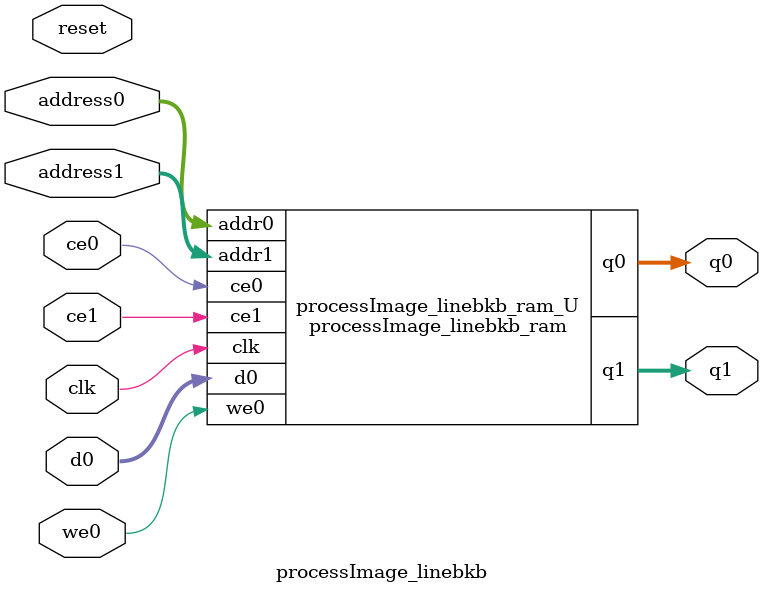
<source format=v>
`timescale 1 ns / 1 ps
module processImage_linebkb_ram (addr0, ce0, d0, we0, q0, addr1, ce1, q1,  clk);

parameter DWIDTH = 8;
parameter AWIDTH = 9;
parameter MEM_SIZE = 512;

input[AWIDTH-1:0] addr0;
input ce0;
input[DWIDTH-1:0] d0;
input we0;
output reg[DWIDTH-1:0] q0;
input[AWIDTH-1:0] addr1;
input ce1;
output reg[DWIDTH-1:0] q1;
input clk;

(* ram_style = "block" *)reg [DWIDTH-1:0] ram[0:MEM_SIZE-1];




always @(posedge clk)  
begin 
    if (ce0) 
    begin
        if (we0) 
        begin 
            ram[addr0] <= d0; 
        end 
        q0 <= ram[addr0];
    end
end


always @(posedge clk)  
begin 
    if (ce1) 
    begin
        q1 <= ram[addr1];
    end
end


endmodule

`timescale 1 ns / 1 ps
module processImage_linebkb(
    reset,
    clk,
    address0,
    ce0,
    we0,
    d0,
    q0,
    address1,
    ce1,
    q1);

parameter DataWidth = 32'd8;
parameter AddressRange = 32'd512;
parameter AddressWidth = 32'd9;
input reset;
input clk;
input[AddressWidth - 1:0] address0;
input ce0;
input we0;
input[DataWidth - 1:0] d0;
output[DataWidth - 1:0] q0;
input[AddressWidth - 1:0] address1;
input ce1;
output[DataWidth - 1:0] q1;



processImage_linebkb_ram processImage_linebkb_ram_U(
    .clk( clk ),
    .addr0( address0 ),
    .ce0( ce0 ),
    .we0( we0 ),
    .d0( d0 ),
    .q0( q0 ),
    .addr1( address1 ),
    .ce1( ce1 ),
    .q1( q1 ));

endmodule


</source>
